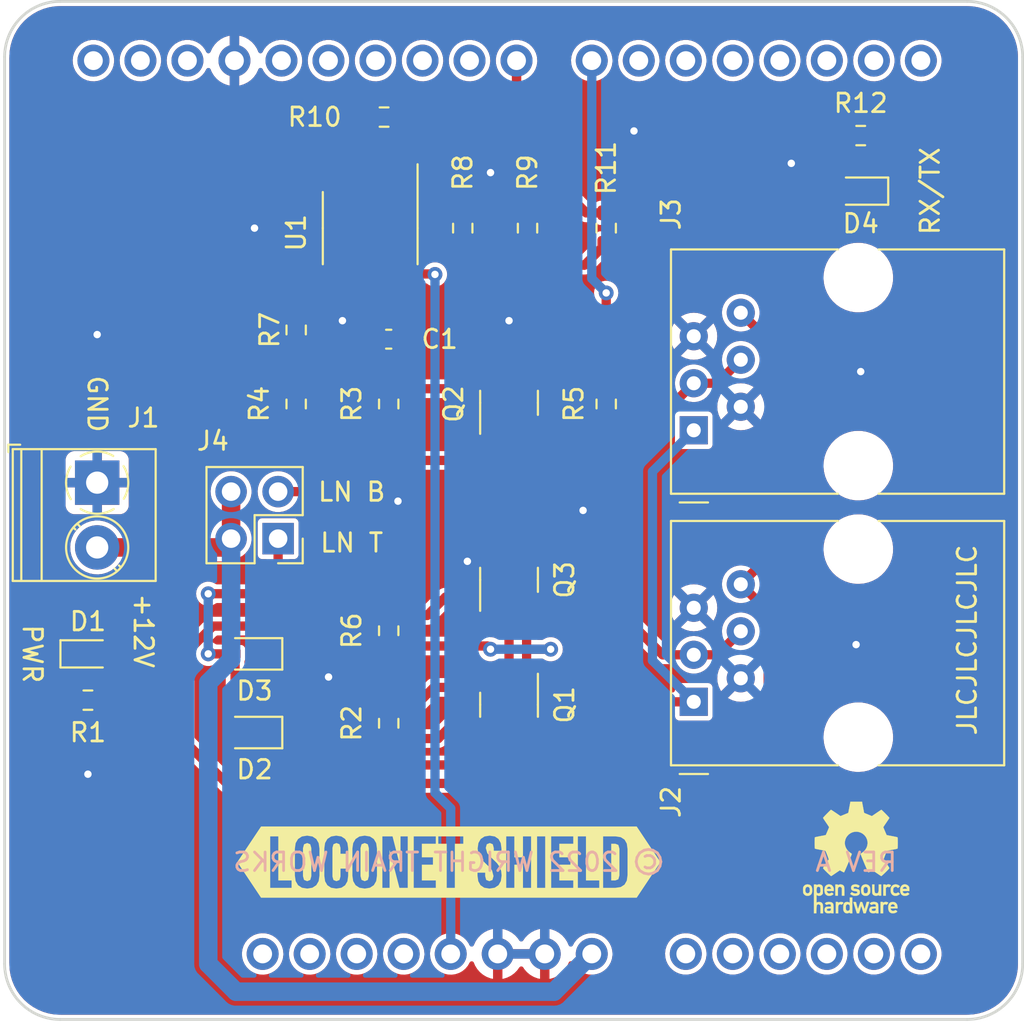
<source format=kicad_pcb>
(kicad_pcb (version 20211014) (generator pcbnew)
  (title_block (title "LocoNet Interface") (date "2022-02-14") (rev "A") (company "Wright Train Works"))
  (layers (0 "F.Cu" signal) (31 "B.Cu" signal) (34 "B.Paste" user) (35 "F.Paste" user) (36 "B.SilkS" user "B.Silkscreen") (37 "F.SilkS" user "F.Silkscreen") (38 "B.Mask" user) (39 "F.Mask" user) (44 "Edge.Cuts" user))
  (net 0 "")
  (net 1 "Net-(D1-Pad1)")
  (net 2 "Net-(D1-Pad2)")
  (net 3 "Net-(D2-Pad1)")
  (net 4 "Net-(D2-Pad2)")
  (net 5 "Net-(D4-Pad1)")
  (net 6 "5V")
  (net 7 "GND")
  (net 8 "12V")
  (net 9 "Net-(J2-Pad3)")
  (net 10 "Net-(J4-Pad3)")
  (net 11 "Net-(Q1-Pad1)")
  (net 12 "Net-(Q1-Pad3)")
  (net 13 "Net-(Q2-Pad2)")
  (net 14 "Net-(Q2-Pad3)")
  (net 15 "Net-(R10-Pad2)")
  (net 16 "Net-(R8-Pad1)")
  (net 30 "TX")
  (net 31 "RX")
  (footprint "Diode_SMD:D_SOD-323" (layer "F.Cu") (at 124.56 110.3 180)
    (fp_text reference "D3" (at 0 -2) (layer "F.SilkS"))
    (fp_text value "1N5819WS" hide)
    (pad "1" smd rect (at -1.05 0 180) (size 0.6 0.45) (layers "F.Cu" "F.Paste" "F.Mask") (net 2 "Net-(D1-Pad2)"))
    (pad "2" smd rect (at 1.05 0 180) (size 0.6 0.45) (layers "F.Cu" "F.Paste" "F.Mask") (net 4 "Net-(D2-Pad2)"))
  )
  (footprint "Resistor_SMD:R_0603_1608Metric" (layer "F.Cu") (at 126.81 96.8 -90)
    (fp_text reference "R4" (at 0 2 90) (layer "F.SilkS"))
    (fp_text value "47K" hide)
    (pad "1" smd roundrect (at -0.825 0 270) (size 0.8 0.95) (layers "F.Cu" "F.Paste" "F.Mask") (net 15 "Net-(R10-Pad2)"))
    (pad "2" smd roundrect (at 0.825 0 270) (size 0.8 0.95) (layers "F.Cu" "F.Paste" "F.Mask") (net 9 "Net-(J2-Pad3)"))
  )
  (footprint "Resistor_SMD:R_0603_1608Metric" (layer "F.Cu") (at 143.56 87.3 -90)
    (fp_text reference "R11" (at -3.25 0 90) (layer "F.SilkS"))
    (fp_text value "1K" hide)
    (pad "1" smd roundrect (at -0.825 0 270) (size 0.8 0.95) (layers "F.Cu" "F.Paste" "F.Mask") (net 31 "RX"))
    (pad "2" smd roundrect (at 0.825 0 270) (size 0.8 0.95) (layers "F.Cu" "F.Paste" "F.Mask") (net 6 "5V"))
  )
  (footprint "Connector_RJ:RJ12_Amphenol_54601" (layer "F.Cu") (at 148.29 112.89 90)
    (fp_text reference "J2" (at -5.41 -1.23 90) (layer "F.SilkS"))
    (fp_text value "RJ12" hide)
    (pad "" np_thru_hole circle (at -1.91 8.89 90) (size 3.25 3.25) (drill 3.25) (layers *.Cu *.Mask))
    (pad "" np_thru_hole circle (at 8.25 8.89 90) (size 3.25 3.25) (drill 3.25) (layers *.Cu *.Mask))
    (pad "1" thru_hole rect (at 0 0 90) (size 1.52 1.52) (drill 0.76) (layers *.Cu *.Mask) (net 3 "Net-(D2-Pad1)"))
    (pad "2" thru_hole circle (at 1.27 2.54 90) (size 1.52 1.52) (drill 0.76) (layers *.Cu *.Mask) (net 7 "GND"))
    (pad "3" thru_hole circle (at 2.54 0 90) (size 1.52 1.52) (drill 0.76) (layers *.Cu *.Mask) (net 9 "Net-(J2-Pad3)"))
    (pad "4" thru_hole circle (at 3.81 2.54 90) (size 1.52 1.52) (drill 0.76) (layers *.Cu *.Mask) (net 9 "Net-(J2-Pad3)"))
    (pad "5" thru_hole circle (at 5.08 0 90) (size 1.52 1.52) (drill 0.76) (layers *.Cu *.Mask) (net 7 "GND"))
    (pad "6" thru_hole circle (at 6.35 2.54 90) (size 1.52 1.52) (drill 0.76) (layers *.Cu *.Mask) (net 2 "Net-(D1-Pad2)"))
  )
  (footprint "Resistor_SMD:R_0603_1608Metric" (layer "F.Cu") (at 131.81 114.05 90)
    (fp_text reference "R2" (at 0 -2 90) (layer "F.SilkS"))
    (fp_text value "47" hide)
    (pad "1" smd roundrect (at -0.825 0 90) (size 0.8 0.95) (layers "F.Cu" "F.Paste" "F.Mask") (net 12 "Net-(Q1-Pad3)"))
    (pad "2" smd roundrect (at 0.825 0 90) (size 0.8 0.95) (layers "F.Cu" "F.Paste" "F.Mask") (net 9 "Net-(J2-Pad3)"))
  )
  (footprint "Resistor_SMD:R_0603_1608Metric" (layer "F.Cu") (at 135.81 87.3 -90)
    (fp_text reference "R8" (at -3 0 90) (layer "F.SilkS"))
    (fp_text value "27K" hide)
    (pad "1" smd roundrect (at -0.825 0 270) (size 0.8 0.95) (layers "F.Cu" "F.Paste" "F.Mask") (net 16 "Net-(R8-Pad1)"))
    (pad "2" smd roundrect (at 0.825 0 270) (size 0.8 0.95) (layers "F.Cu" "F.Paste" "F.Mask") (net 6 "5V"))
  )
  (footprint "Resistor_SMD:R_0603_1608Metric" (layer "F.Cu") (at 131.81 109.05 90)
    (fp_text reference "R6" (at 0 -2 90) (layer "F.SilkS"))
    (fp_text value "1K" hide)
    (pad "1" smd roundrect (at -0.825 0 90) (size 0.8 0.95) (layers "F.Cu" "F.Paste" "F.Mask") (net 11 "Net-(Q1-Pad1)"))
    (pad "2" smd roundrect (at 0.825 0 90) (size 0.8 0.95) (layers "F.Cu" "F.Paste" "F.Mask") (net 10 "Net-(J4-Pad3)"))
  )
  (footprint "Resistor_SMD:R_0603_1608Metric" (layer "F.Cu") (at 126.81 92.8 90)
    (fp_text reference "R7" (at 0 -1.43 90) (layer "F.SilkS"))
    (fp_text value "150K" hide)
    (pad "1" smd roundrect (at -0.825 0 90) (size 0.8 0.95) (layers "F.Cu" "F.Paste" "F.Mask") (net 7 "GND"))
    (pad "2" smd roundrect (at 0.825 0 90) (size 0.8 0.95) (layers "F.Cu" "F.Paste" "F.Mask") (net 15 "Net-(R10-Pad2)"))
  )
  (footprint "LED_SMD:LED_0603_1608Metric" (layer "F.Cu") (at 157.31 85.3 180)
    (fp_text reference "D4" (at 0 -1.75) (layer "F.SilkS"))
    (fp_text value "RX/TX" hide)
    (pad "1" smd roundrect (at -0.7875 0 180) (size 0.875 0.95) (layers "F.Cu" "F.Paste" "F.Mask") (net 5 "Net-(D4-Pad1)"))
    (pad "2" smd roundrect (at 0.7875 0 180) (size 0.875 0.95) (layers "F.Cu" "F.Paste" "F.Mask") (net 6 "5V"))
  )
  (footprint "Resistor_SMD:R_0603_1608Metric" (layer "F.Cu") (at 131.81 96.8 90)
    (fp_text reference "R3" (at 0 -2 90) (layer "F.SilkS"))
    (fp_text value "47" hide)
    (pad "1" smd roundrect (at -0.825 0 90) (size 0.8 0.95) (layers "F.Cu" "F.Paste" "F.Mask") (net 7 "GND"))
    (pad "2" smd roundrect (at 0.825 0 90) (size 0.8 0.95) (layers "F.Cu" "F.Paste" "F.Mask") (net 14 "Net-(Q2-Pad3)"))
  )
  (footprint "Resistor_SMD:R_0603_1608Metric" (layer "F.Cu") (at 131.56 81.3 180)
    (fp_text reference "R10" (at 3.75 0) (layer "F.SilkS"))
    (fp_text value "240K" hide)
    (pad "1" smd roundrect (at -0.825 0 180) (size 0.8 0.95) (layers "F.Cu" "F.Paste" "F.Mask") (net 31 "RX"))
    (pad "2" smd roundrect (at 0.825 0 180) (size 0.8 0.95) (layers "F.Cu" "F.Paste" "F.Mask") (net 15 "Net-(R10-Pad2)"))
  )
  (footprint "Package_TO_SOT_SMD:SOT-23" (layer "F.Cu") (at 138.31 96.7375 90)
    (fp_text reference "Q2" (at -0.0625 -3 90) (layer "F.SilkS"))
    (fp_text value "MMBT2222A 1P" hide)
    (pad "1" smd roundrect (at -0.9375 -0.95 90) (size 1.475 0.6) (layers "F.Cu" "F.Paste" "F.Mask") (net 9 "Net-(J2-Pad3)"))
    (pad "2" smd roundrect (at -0.9375 0.95 90) (size 1.475 0.6) (layers "F.Cu" "F.Paste" "F.Mask") (net 13 "Net-(Q2-Pad2)"))
    (pad "3" smd roundrect (at 0.9375 0 90) (size 1.475 0.6) (layers "F.Cu" "F.Paste" "F.Mask") (net 14 "Net-(Q2-Pad3)"))
  )
  (footprint "LED_SMD:LED_0603_1608Metric" (layer "F.Cu") (at 115.56 110.3)
    (fp_text reference "D1" (at 0 -1.75) (layer "F.SilkS"))
    (fp_text value "PWR" hide)
    (pad "1" smd roundrect (at -0.7875 0) (size 0.875 0.95) (layers "F.Cu" "F.Paste" "F.Mask") (net 1 "Net-(D1-Pad1)"))
    (pad "2" smd roundrect (at 0.7875 0) (size 0.875 0.95) (layers "F.Cu" "F.Paste" "F.Mask") (net 2 "Net-(D1-Pad2)"))
  )
  (footprint "kibuzzard-620C7EA5" (layer "F.Cu") (at 135.06 121.55)
    (fp_text reference "kibuzzard-620C7EA5" hide)
    (fp_text value "G***" hide)
  )
  (footprint "Package_TO_SOT_SMD:SOT-23" (layer "F.Cu") (at 138.31 113.05 -90)
    (fp_text reference "Q1" (at 0 -3 90) (layer "F.SilkS"))
    (fp_text value "MMBT2222A 1P" hide)
    (pad "1" smd roundrect (at -0.9375 -0.95 270) (size 1.475 0.6) (layers "F.Cu" "F.Paste" "F.Mask") (net 11 "Net-(Q1-Pad1)"))
    (pad "2" smd roundrect (at -0.9375 0.95 270) (size 1.475 0.6) (layers "F.Cu" "F.Paste" "F.Mask") (net 9 "Net-(J2-Pad3)"))
    (pad "3" smd roundrect (at 0.9375 0 270) (size 1.475 0.6) (layers "F.Cu" "F.Paste" "F.Mask") (net 12 "Net-(Q1-Pad3)"))
  )
  (footprint "Diode_SMD:D_SOD-323" (layer "F.Cu") (at 124.56 114.55 180)
    (fp_text reference "D2" (at 0 -2) (layer "F.SilkS"))
    (fp_text value "1N5819WS" hide)
    (pad "1" smd rect (at -1.05 0 180) (size 0.6 0.45) (layers "F.Cu" "F.Paste" "F.Mask") (net 3 "Net-(D2-Pad1)"))
    (pad "2" smd rect (at 1.05 0 180) (size 0.6 0.45) (layers "F.Cu" "F.Paste" "F.Mask") (net 4 "Net-(D2-Pad2)"))
  )
  (footprint "Resistor_SMD:R_0603_1608Metric" (layer "F.Cu") (at 143.56 96.8 90)
    (fp_text reference "R5" (at 0 -1.75 90) (layer "F.SilkS"))
    (fp_text value "4.7K" hide)
    (pad "1" smd roundrect (at -0.825 0 90) (size 0.8 0.95) (layers "F.Cu" "F.Paste" "F.Mask") (net 13 "Net-(Q2-Pad2)"))
    (pad "2" smd roundrect (at 0.825 0 90) (size 0.8 0.95) (layers "F.Cu" "F.Paste" "F.Mask") (net 30 "TX"))
  )
  (footprint "Resistor_SMD:R_0603_1608Metric" (layer "F.Cu") (at 115.56 112.8 180)
    (fp_text reference "R1" (at 0 -1.75) (layer "F.SilkS"))
    (fp_text value "4.7K" hide)
    (pad "1" smd roundrect (at -0.825 0 180) (size 0.8 0.95) (layers "F.Cu" "F.Paste" "F.Mask") (net 7 "GND"))
    (pad "2" smd roundrect (at 0.825 0 180) (size 0.8 0.95) (layers "F.Cu" "F.Paste" "F.Mask") (net 1 "Net-(D1-Pad1)"))
  )
  (footprint "Connector_PinHeader_2.54mm:PinHeader_2x02_P2.54mm_Vertical" (layer "F.Cu") (at 125.835 104.075 180)
    (fp_text reference "J4" (at 3.525 5.275) (layer "F.SilkS"))
    (fp_text value "LocoNet Termination" hide)
    (pad "1" thru_hole rect (at 0 0 180) (size 1.7 1.7) (drill 1) (layers *.Cu *.Mask) (net 4 "Net-(D2-Pad2)"))
    (pad "2" thru_hole oval (at 2.54 0 180) (size 1.7 1.7) (drill 1) (layers *.Cu *.Mask) (net 8 "12V"))
    (pad "3" thru_hole oval (at 0 2.54 180) (size 1.7 1.7) (drill 1) (layers *.Cu *.Mask) (net 10 "Net-(J4-Pad3)"))
    (pad "4" thru_hole oval (at 2.54 2.54 180) (size 1.7 1.7) (drill 1) (layers *.Cu *.Mask) (net 8 "12V"))
  )
  (footprint "TerminalBlock_Phoenix:TerminalBlock_Phoenix_PT-1,5-2-3.5-H_1x02_P3.50mm_Horizontal" (layer "F.Cu") (at 116.06 101.05 -90)
    (fp_text reference "J1" (at -3.5 -2.5 180) (layer "F.SilkS"))
    (fp_text value "12V" hide)
    (pad "1" thru_hole rect (at 0 0 270) (size 2.4 2.4) (drill 1.2) (layers *.Cu *.Mask) (net 7 "GND"))
    (pad "2" thru_hole circle (at 3.5 0 270) (size 2.4 2.4) (drill 1.2) (layers *.Cu *.Mask) (net 8 "12V"))
  )
  (footprint "Resistor_SMD:R_0603_1608Metric" (layer "F.Cu") (at 139.31 87.3 90)
    (fp_text reference "R9" (at 3 0 90) (layer "F.SilkS"))
    (fp_text value "39K" hide)
    (pad "1" smd roundrect (at -0.825 0 90) (size 0.8 0.95) (layers "F.Cu" "F.Paste" "F.Mask") (net 7 "GND"))
    (pad "2" smd roundrect (at 0.825 0 90) (size 0.8 0.95) (layers "F.Cu" "F.Paste" "F.Mask") (net 16 "Net-(R8-Pad1)"))
  )
  (footprint "Symbol:OSHW-Logo_5.7x6mm_SilkScreen" (layer "F.Cu") (at 157.06 121.3)
    (fp_text reference "REF**" hide)
    (fp_text value "OSHW-Logo_5.7x6mm_SilkScreen" hide)
  )
  (footprint "Package_SO:SOIC-8_3.9x4.9mm_P1.27mm" (layer "F.Cu") (at 130.81 87.3 -90)
    (fp_text reference "U1" (at 0.25 4 90) (layer "F.SilkS"))
    (fp_text value "LM393" hide)
    (pad "1" smd roundrect (at -2.475 -1.905 270) (size 1.95 0.6) (layers "F.Cu" "F.Paste" "F.Mask") (net 31 "RX"))
    (pad "2" smd roundrect (at -2.475 -0.635 270) (size 1.95 0.6) (layers "F.Cu" "F.Paste" "F.Mask") (net 16 "Net-(R8-Pad1)"))
    (pad "3" smd roundrect (at -2.475 0.635 270) (size 1.95 0.6) (layers "F.Cu" "F.Paste" "F.Mask") (net 15 "Net-(R10-Pad2)"))
    (pad "4" smd roundrect (at -2.475 1.905 270) (size 1.95 0.6) (layers "F.Cu" "F.Paste" "F.Mask") (net 7 "GND"))
    (pad "5" smd roundrect (at 2.475 1.905 270) (size 1.95 0.6) (layers "F.Cu" "F.Paste" "F.Mask") (net 7 "GND"))
    (pad "6" smd roundrect (at 2.475 0.635 270) (size 1.95 0.6) (layers "F.Cu" "F.Paste" "F.Mask") (net 7 "GND"))
    (pad "7" smd roundrect (at 2.475 -0.635 270) (size 1.95 0.6) (layers "F.Cu" "F.Paste" "F.Mask"))
    (pad "8" smd roundrect (at 2.475 -1.905 270) (size 1.95 0.6) (layers "F.Cu" "F.Paste" "F.Mask") (net 6 "5V"))
  )
  (footprint "Package_TO_SOT_SMD:SOT-23" (layer "F.Cu") (at 138.31 106.3 90)
    (fp_text reference "Q3" (at 0 3 90) (layer "F.SilkS"))
    (fp_text value "MMBT2222A 1P" hide)
    (pad "1" smd roundrect (at -0.9375 -0.95 90) (size 1.475 0.6) (layers "F.Cu" "F.Paste" "F.Mask") (net 10 "Net-(J4-Pad3)"))
    (pad "2" smd roundrect (at -0.9375 0.95 90) (size 1.475 0.6) (layers "F.Cu" "F.Paste" "F.Mask") (net 11 "Net-(Q1-Pad1)"))
    (pad "3" smd roundrect (at 0.9375 0 90) (size 1.475 0.6) (layers "F.Cu" "F.Paste" "F.Mask") (net 9 "Net-(J2-Pad3)"))
  )
  (footprint "Arduino:Arduino_Uno_Shield_WTW" (layer "F.Cu") (at 111.06 130.05)
    (fp_text reference "A1" hide)
    (fp_text value "Arduino_UNO_R3" hide)
    (fp_line (start 3 0) (end 52 0) (layer "Edge.Cuts") (width 0.15))
    (fp_line (start 55 -3) (end 55 -52) (layer "Edge.Cuts") (width 0.15))
    (fp_line (start 0 -52) (end 0 -3) (layer "Edge.Cuts") (width 0.15))
    (fp_line (start 3 -55) (end 52 -55) (layer "Edge.Cuts") (width 0.15))
    (fp_arc (start 55 -3) (mid 54.12132 -0.87868) (end 52 0) (layer "Edge.Cuts") (width 0.15))
    (fp_arc (start 52 -55) (mid 54.12132 -54.12132) (end 55 -52) (layer "Edge.Cuts") (width 0.15))
    (fp_arc (start 0 -52) (mid 0.87868 -54.12132) (end 3 -55) (layer "Edge.Cuts") (width 0.15))
    (fp_arc (start 3 0) (mid 0.87868 -0.87868) (end 0 -3) (layer "Edge.Cuts") (width 0.15))
    (pad "" thru_hole oval locked (at 13.94 -3.54) (size 1.7272 1.7272) (drill 1.016) (layers *.Cu *.Mask))
    (pad "3V3" thru_hole oval locked (at 21.56 -3.54) (size 1.7272 1.7272) (drill 1.016) (layers *.Cu *.Mask))
    (pad "5V1" thru_hole oval locked (at 24.1 -3.54) (size 1.7272 1.7272) (drill 1.016) (layers *.Cu *.Mask) (net 6 "5V"))
    (pad "A0" thru_hole oval locked (at 36.8 -3.54) (size 1.7272 1.7272) (drill 1.016) (layers *.Cu *.Mask))
    (pad "A1" thru_hole oval locked (at 39.34 -3.54) (size 1.7272 1.7272) (drill 1.016) (layers *.Cu *.Mask))
    (pad "A2" thru_hole oval locked (at 41.88 -3.54) (size 1.7272 1.7272) (drill 1.016) (layers *.Cu *.Mask))
    (pad "A3" thru_hole oval locked (at 44.42 -3.54) (size 1.7272 1.7272) (drill 1.016) (layers *.Cu *.Mask))
    (pad "A4" thru_hole oval locked (at 46.96 -3.54) (size 1.7272 1.7272) (drill 1.016) (layers *.Cu *.Mask))
    (pad "A5" thru_hole oval locked (at 49.5 -3.54) (size 1.7272 1.7272) (drill 1.016) (layers *.Cu *.Mask))
    (pad "AREF" thru_hole oval locked (at 9.876 -51.8) (size 1.7272 1.7272) (drill 1.016) (layers *.Cu *.Mask))
    (pad "D0" thru_hole oval locked (at 49.5 -51.8) (size 1.7272 1.7272) (drill 1.016) (layers *.Cu *.Mask))
    (pad "D1" thru_hole oval locked (at 46.96 -51.8) (size 1.7272 1.7272) (drill 1.016) (layers *.Cu *.Mask))
    (pad "D2" thru_hole oval locked (at 44.42 -51.8) (size 1.7272 1.7272) (drill 1.016) (layers *.Cu *.Mask))
    (pad "D3" thru_hole oval locked (at 41.88 -51.8) (size 1.7272 1.7272) (drill 1.016) (layers *.Cu *.Mask))
    (pad "D4" thru_hole oval locked (at 39.34 -51.8) (size 1.7272 1.7272) (drill 1.016) (layers *.Cu *.Mask))
    (pad "D5" thru_hole oval locked (at 36.8 -51.8) (size 1.7272 1.7272) (drill 1.016) (layers *.Cu *.Mask))
    (pad "D6" thru_hole oval locked (at 34.26 -51.8) (size 1.7272 1.7272) (drill 1.016) (layers *.Cu *.Mask))
    (pad "D7" thru_hole oval locked (at 31.72 -51.8) (size 1.7272 1.7272) (drill 1.016) (layers *.Cu *.Mask) (net 30 "TX"))
    (pad "D8" thru_hole oval locked (at 27.656 -51.8) (size 1.7272 1.7272) (drill 1.016) (layers *.Cu *.Mask) (net 31 "RX"))
    (pad "D9" thru_hole oval locked (at 25.116 -51.8) (size 1.7272 1.7272) (drill 1.016) (layers *.Cu *.Mask))
    (pad "D10" thru_hole oval locked (at 22.576 -51.8) (size 1.7272 1.7272) (drill 1.016) (layers *.Cu *.Mask))
    (pad "D11" thru_hole oval locked (at 20.036 -51.8) (size 1.7272 1.7272) (drill 1.016) (layers *.Cu *.Mask))
    (pad "D12" thru_hole oval locked (at 17.496 -51.8) (size 1.7272 1.7272) (drill 1.016) (layers *.Cu *.Mask))
    (pad "D13" thru_hole oval locked (at 14.956 -51.8) (size 1.7272 1.7272) (drill 1.016) (layers *.Cu *.Mask))
    (pad "GND1" thru_hole oval locked (at 12.416 -51.8) (size 1.7272 1.7272) (drill 1.016) (layers *.Cu *.Mask) (net 7 "GND"))
    (pad "GND2" thru_hole oval locked (at 26.64 -3.54) (size 1.7272 1.7272) (drill 1.016) (layers *.Cu *.Mask) (net 7 "GND"))
    (pad "GND3" thru_hole oval locked (at 29.18 -3.54) (size 1.7272 1.7272) (drill 1.016) (layers *.Cu *.Mask) (net 7 "GND"))
    (pad "IORF" thru_hole oval locked (at 16.48 -3.54) (size 1.7272 1.7272) (drill 1.016) (layers *.Cu *.Mask))
    (pad "RST1" thru_hole oval locked (at 19.02 -3.54) (size 1.7272 1.7272) (drill 1.016) (layers *.Cu *.Mask))
    (pad "SCL" thru_hole oval locked (at 4.796 -51.8) (size 1.7272 1.7272) (drill 1.016) (layers *.Cu *.Mask))
    (pad "SDA" thru_hole oval locked (at 7.336 -51.8) (size 1.7272 1.7272) (drill 1.016) (layers *.Cu *.Mask))
    (pad "VIN" thru_hole oval locked (at 31.72 -3.54) (size 1.7272 1.7272) (drill 1.016) (layers *.Cu *.Mask) (net 8 "12V"))
  )
  (footprint "Resistor_SMD:R_0603_1608Metric" (layer "F.Cu") (at 157.31 82.3)
    (fp_text reference "R12" (at 0 -1.75) (layer "F.SilkS"))
    (fp_text value "470" hide)
    (pad "1" smd roundrect (at -0.825 0) (size 0.8 0.95) (layers "F.Cu" "F.Paste" "F.Mask") (net 31 "RX"))
    (pad "2" smd roundrect (at 0.825 0) (size 0.8 0.95) (layers "F.Cu" "F.Paste" "F.Mask") (net 5 "Net-(D4-Pad1)"))
  )
  (footprint "Connector_RJ:RJ12_Amphenol_54601" (layer "F.Cu") (at 148.29 98.22 90)
    (fp_text reference "J3" (at 11.67 -1.23 90) (layer "F.SilkS"))
    (fp_text value "RJ12" hide)
    (pad "" np_thru_hole circle (at -1.91 8.89 90) (size 3.25 3.25) (drill 3.25) (layers *.Cu *.Mask))
    (pad "" np_thru_hole circle (at 8.25 8.89 90) (size 3.25 3.25) (drill 3.25) (layers *.Cu *.Mask))
    (pad "1" thru_hole rect (at 0 0 90) (size 1.52 1.52) (drill 0.76) (layers *.Cu *.Mask) (net 3 "Net-(D2-Pad1)"))
    (pad "2" thru_hole circle (at 1.27 2.54 90) (size 1.52 1.52) (drill 0.76) (layers *.Cu *.Mask) (net 7 "GND"))
    (pad "3" thru_hole circle (at 2.54 0 90) (size 1.52 1.52) (drill 0.76) (layers *.Cu *.Mask) (net 9 "Net-(J2-Pad3)"))
    (pad "4" thru_hole circle (at 3.81 2.54 90) (size 1.52 1.52) (drill 0.76) (layers *.Cu *.Mask) (net 9 "Net-(J2-Pad3)"))
    (pad "5" thru_hole circle (at 5.08 0 90) (size 1.52 1.52) (drill 0.76) (layers *.Cu *.Mask) (net 7 "GND"))
    (pad "6" thru_hole circle (at 6.35 2.54 90) (size 1.52 1.52) (drill 0.76) (layers *.Cu *.Mask) (net 2 "Net-(D1-Pad2)"))
  )
  (footprint "Capacitor_SMD:C_0603_1608Metric" (layer "F.Cu") (at 131.81 93.3 180)
    (fp_text reference "C1" (at -2.75 0) (layer "F.SilkS"))
    (fp_text value "100nF" hide)
    (pad "1" smd roundrect (at -0.775 0 180) (size 0.9 0.95) (layers "F.Cu" "F.Paste" "F.Mask") (net 6 "5V"))
    (pad "2" smd roundrect (at 0.775 0 180) (size 0.9 0.95) (layers "F.Cu" "F.Paste" "F.Mask") (net 7 "GND"))
  )
  (gr_text "© 2022 WRIGHT TRAIN WORKS" (at 135.06 121.55) (layer "B.SilkS") (effects (font (size 1 1)) (justify mirror)))
  (gr_text "REV A" (at 157.06 121.55) (layer "B.SilkS") (effects (font (size 1 1)) (justify mirror)))
  (gr_text "+12V" (at 118.56 109.05 270) (layer "F.SilkS") (effects (font (size 1 1))))
  (gr_text "LN B" (at 129.81 101.55) (layer "F.SilkS") (effects (font (size 1 1))))
  (gr_text "RX/TX" (at 161.06 85.3 90) (layer "F.SilkS") (effects (font (size 1 1))))
  (gr_text "LN T" (at 129.81 104.3) (layer "F.SilkS") (effects (font (size 1 1))))
  (gr_text "GND" (at 116.06 96.8 270) (layer "F.SilkS") (effects (font (size 1 1))))
  (gr_text "JLCJLCJLCJLC" (at 163.06 109.55 90) (layer "F.SilkS") (effects (font (size 1 1))))
  (gr_text "PWR" (at 112.56 110.3 270) (layer "F.SilkS") (effects (font (size 1 1))))
  (segment (start 114.7725 110.3) (end 114.7725 112.7625) (width 0.5) (layer "F.Cu") (net 1))
  (segment (start 114.7725 112.7625) (end 114.735 112.8) (width 0.5) (layer "F.Cu") (net 1))
  (segment (start 152.81 104.56) (end 152.81 93.85) (width 0.5) (layer "F.Cu") (net 2))
  (segment (start 152.31 112.8) (end 147.81 117.3) (width 0.5) (layer "F.Cu") (net 2))
  (segment (start 147.81 117.3) (end 123.06 117.3) (width 0.5) (layer "F.Cu") (net 2))
  (segment (start 120.81 115.05) (end 120.81 110.3) (width 0.5) (layer "F.Cu") (net 2))
  (segment (start 122.31 108.8) (end 125.31 108.8) (width 0.5) (layer "F.Cu") (net 2))
  (segment (start 125.61 109.1) (end 125.61 110.3) (width 0.5) (layer "F.Cu") (net 2))
  (segment (start 125.31 108.8) (end 125.61 109.1) (width 0.5) (layer "F.Cu") (net 2))
  (segment (start 116.3475 110.3) (end 120.81 110.3) (width 0.5) (layer "F.Cu") (net 2))
  (segment (start 150.83 106.54) (end 152.81 104.56) (width 0.5) (layer "F.Cu") (net 2))
  (segment (start 150.83 106.54) (end 152.31 108.02) (width 0.5) (layer "F.Cu") (net 2))
  (segment (start 152.81 93.85) (end 150.83 91.87) (width 0.5) (layer "F.Cu") (net 2))
  (segment (start 123.06 117.3) (end 120.81 115.05) (width 0.5) (layer "F.Cu") (net 2))
  (segment (start 120.81 110.3) (end 122.31 108.8) (width 0.5) (layer "F.Cu") (net 2))
  (segment (start 152.31 108.02) (end 152.31 112.8) (width 0.5) (layer "F.Cu") (net 2))
  (segment (start 143.31 116.3) (end 146.72 112.89) (width 0.5) (layer "F.Cu") (net 3))
  (segment (start 129.06 116.3) (end 143.31 116.3) (width 0.5) (layer "F.Cu") (net 3))
  (segment (start 127.31 114.55) (end 129.06 116.3) (width 0.5) (layer "F.Cu") (net 3))
  (segment (start 146.72 112.89) (end 148.29 112.89) (width 0.5) (layer "F.Cu") (net 3))
  (segment (start 125.61 114.55) (end 127.31 114.55) (width 0.5) (layer "F.Cu") (net 3))
  (segment (start 148.29 98.22) (end 146.06 100.45) (width 0.5) (layer "B.Cu") (net 3))
  (segment (start 146.06 100.45) (end 146.06 110.66) (width 0.5) (layer "B.Cu") (net 3))
  (segment (start 146.06 110.66) (end 148.29 112.89) (width 0.5) (layer "B.Cu") (net 3))
  (segment (start 122.062897 107.05) (end 124.31 107.05) (width 0.5) (layer "F.Cu") (net 4))
  (segment (start 125.835 105.525) (end 125.835 104.075) (width 0.5) (layer "F.Cu") (net 4))
  (segment (start 122.06 107.052897) (end 122.062897 107.05) (width 0.5) (layer "F.Cu") (net 4))
  (segment (start 123.51 110.3) (end 122.06 110.3) (width 0.5) (layer "F.Cu") (net 4))
  (segment (start 124.31 107.05) (end 125.835 105.525) (width 0.5) (layer "F.Cu") (net 4))
  (segment (start 123.51 110.3) (end 123.51 114.55) (width 0.5) (layer "F.Cu") (net 4))
  (via (at 122.06 110.3) (size 0.8) (drill 0.4) (layers "F.Cu" "B.Cu") (net 4))
  (via (at 122.06 107.052897) (size 0.8) (drill 0.4) (layers "F.Cu" "B.Cu") (net 4))
  (segment (start 122.06 107.052897) (end 122.06 110.3) (width 0.5) (layer "B.Cu") (net 4))
  (segment (start 158.135 82.3) (end 158.135 85.2625) (width 0.5) (layer "F.Cu") (net 5))
  (segment (start 158.135 85.2625) (end 158.0975 85.3) (width 0.5) (layer "F.Cu") (net 5))
  (segment (start 132.715 89.775) (end 134.285 89.775) (width 0.5) (layer "F.Cu") (net 6))
  (segment (start 136.635 88.125) (end 137.81 89.3) (width 0.5) (layer "F.Cu") (net 6))
  (segment (start 143.56 88.125) (end 146.735 88.125) (width 0.5) (layer "F.Cu") (net 6))
  (segment (start 132.715 89.775) (end 132.715 88.395) (width 0.5) (layer "F.Cu") (net 6))
  (segment (start 132.715 88.395) (end 132.985 88.125) (width 0.5) (layer "F.Cu") (net 6))
  (segment (start 134.285 89.775) (end 134.31 89.8) (width 0.5) (layer "F.Cu") (net 6))
  (segment (start 132.985 88.125) (end 135.81 88.125) (width 0.5) (layer "F.Cu") (net 6))
  (segment (start 137.81 89.3) (end 142.385 89.3) (width 0.5) (layer "F.Cu") (net 6))
  (segment (start 142.385 89.3) (end 143.56 88.125) (width 0.5) (layer "F.Cu") (net 6))
  (segment (start 135.81 88.125) (end 136.635 88.125) (width 0.5) (layer "F.Cu") (net 6))
  (segment (start 149.56 85.3) (end 156.5225 85.3) (width 0.5) (layer "F.Cu") (net 6))
  (segment (start 132.715 89.775) (end 132.715 93.17) (width 0.5) (layer "F.Cu") (net 6))
  (segment (start 132.715 93.17) (end 132.585 93.3) (width 0.5) (layer "F.Cu") (net 6))
  (segment (start 146.735 88.125) (end 149.56 85.3) (width 0.5) (layer "F.Cu") (net 6))
  (via (at 134.31 89.8) (size 0.8) (drill 0.4) (layers "F.Cu" "B.Cu") (net 6))
  (segment (start 134.31 89.8) (end 134.31 117.8) (width 0.5) (layer "B.Cu") (net 6))
  (segment (start 134.31 117.8) (end 135.16 118.65) (width 0.5) (layer "B.Cu") (net 6))
  (segment (start 135.16 118.65) (end 135.16 126.51) (width 0.5) (layer "B.Cu") (net 6))
  (via (at 115.56 116.8) (size 0.8) (drill 0.4) (layers "F.Cu" "B.Cu") (net 7))
  (via (at 157.06 109.8) (size 0.8) (drill 0.4) (layers "F.Cu" "B.Cu") (net 7))
  (via (at 132.31 102.05) (size 0.8) (drill 0.4) (layers "F.Cu" "B.Cu") (net 7))
  (via (at 142.31 102.55) (size 0.8) (drill 0.4) (layers "F.Cu" "B.Cu") (net 7))
  (via (at 129.31 92.3) (size 0.8) (drill 0.4) (layers "F.Cu" "B.Cu") (net 7))
  (via (at 138.31 92.3) (size 0.8) (drill 0.4) (layers "F.Cu" "B.Cu") (net 7))
  (via (at 145.06 82.05) (size 0.8) (drill 0.4) (layers "F.Cu" "B.Cu") (net 7))
  (via (at 137.31 84.3) (size 0.8) (drill 0.4) (layers "F.Cu" "B.Cu") (net 7))
  (via (at 136.06 105.3) (size 0.8) (drill 0.4) (layers "F.Cu" "B.Cu") (net 7))
  (via (at 157.31 95.05) (size 0.8) (drill 0.4) (layers "F.Cu" "B.Cu") (net 7))
  (via (at 153.56 83.8) (size 0.8) (drill 0.4) (layers "F.Cu" "B.Cu") (net 7))
  (via (at 124.56 87.3) (size 0.8) (drill 0.4) (layers "F.Cu" "B.Cu") (net 7))
  (via (at 116.06 93.05) (size 0.8) (drill 0.4) (layers "F.Cu" "B.Cu") (net 7))
  (via (at 128.56 111.55) (size 0.8) (drill 0.4) (layers "F.Cu" "B.Cu") (net 7))
  (segment (start 122.82 104.55) (end 123.295 104.075) (width 1) (layer "F.Cu") (net 8))
  (segment (start 123.295 104.075) (end 123.295 101.535) (width 1) (layer "F.Cu") (net 8))
  (segment (start 116.06 104.55) (end 122.82 104.55) (width 1) (layer "F.Cu") (net 8))
  (segment (start 122.06 127.05) (end 123.56 128.55) (width 1) (layer "B.Cu") (net 8))
  (segment (start 122.06 111.854944) (end 122.06 127.05) (width 1) (layer "B.Cu") (net 8))
  (segment (start 123.295 104.075) (end 123.295 110.619944) (width 1) (layer "B.Cu") (net 8))
  (segment (start 123.295 110.619944) (end 122.06 111.854944) (width 1) (layer "B.Cu") (net 8))
  (segment (start 140.74 128.55) (end 142.78 126.51) (width 1) (layer "B.Cu") (net 8))
  (segment (start 123.56 128.55) (end 140.74 128.55) (width 1) (layer "B.Cu") (net 8))
  (segment (start 149.56 95.68) (end 150.83 94.41) (width 0.5) (layer "F.Cu") (net 9))
  (segment (start 133.135 113.225) (end 134.2475 112.1125) (width 0.5) (layer "F.Cu") (net 9))
  (segment (start 137.36 99.85) (end 137.36 101.6) (width 0.5) (layer "F.Cu") (net 9))
  (segment (start 126.81 97.625) (end 126.885 97.625) (width 0.5) (layer "F.Cu") (net 9))
  (segment (start 148.29 110.35) (end 149.56 110.35) (width 0.5) (layer "F.Cu") (net 9))
  (segment (start 126.885 97.625) (end 129.11 99.85) (width 0.5) (layer "F.Cu") (net 9))
  (segment (start 138.3725 105.3) (end 138.31 105.3625) (width 0.5) (layer "F.Cu") (net 9))
  (segment (start 131.81 113.225) (end 133.135 113.225) (width 0.5) (layer "F.Cu") (net 9))
  (segment (start 146.61 110.35) (end 141.56 105.3) (width 0.5) (layer "F.Cu") (net 9))
  (segment (start 138.31 111.1625) (end 138.31 105.3625) (width 0.5) (layer "F.Cu") (net 9))
  (segment (start 138.31 102.55) (end 138.31 105.3625) (width 0.5) (layer "F.Cu") (net 9))
  (segment (start 137.36 97.675) (end 137.36 99.85) (width 0.5) (layer "F.Cu") (net 9))
  (segment (start 144.12 99.85) (end 137.36 99.85) (width 0.5) (layer "F.Cu") (net 9))
  (segment (start 137.36 101.6) (end 138.31 102.55) (width 0.5) (layer "F.Cu") (net 9))
  (segment (start 149.56 110.35) (end 150.83 109.08) (width 0.5) (layer "F.Cu") (net 9))
  (segment (start 137.36 112.1125) (end 138.31 111.1625) (width 0.5) (layer "F.Cu") (net 9))
  (segment (start 148.29 110.35) (end 146.61 110.35) (width 0.5) (layer "F.Cu") (net 9))
  (segment (start 141.56 105.3) (end 138.3725 105.3) (width 0.5) (layer "F.Cu") (net 9))
  (segment (start 134.2475 112.1125) (end 137.36 112.1125) (width 0.5) (layer "F.Cu") (net 9))
  (segment (start 129.11 99.85) (end 137.36 99.85) (width 0.5) (layer "F.Cu") (net 9))
  (segment (start 148.29 95.68) (end 149.56 95.68) (width 0.5) (layer "F.Cu") (net 9))
  (segment (start 148.29 95.68) (end 144.12 99.85) (width 0.5) (layer "F.Cu") (net 9))
  (segment (start 129.045 101.535) (end 131.81 104.3) (width 0.5) (layer "F.Cu") (net 10))
  (segment (start 125.835 101.535) (end 129.045 101.535) (width 0.5) (layer "F.Cu") (net 10))
  (segment (start 133.885 108.225) (end 134.8725 107.2375) (width 0.5) (layer "F.Cu") (net 10))
  (segment (start 131.81 104.3) (end 131.81 108.225) (width 0.5) (layer "F.Cu") (net 10))
  (segment (start 134.8725 107.2375) (end 137.36 107.2375) (width 0.5) (layer "F.Cu") (net 10))
  (segment (start 131.81 108.225) (end 133.885 108.225) (width 0.5) (layer "F.Cu") (net 10))
  (segment (start 139.31 110.05) (end 139.26 110) (width 0.5) (layer "F.Cu") (net 11))
  (segment (start 139.26 110) (end 139.26 107.2375) (width 0.5) (layer "F.Cu") (net 11))
  (segment (start 137.135 109.875) (end 137.31 110.05) (width 0.5) (layer "F.Cu") (net 11))
  (segment (start 140.56 110.05) (end 139.31 110.05) (width 0.5) (layer "F.Cu") (net 11))
  (segment (start 131.81 109.875) (end 137.135 109.875) (width 0.5) (layer "F.Cu") (net 11))
  (segment (start 139.26 112.1125) (end 139.26 110) (width 0.5) (layer "F.Cu") (net 11))
  (via (at 140.56 110.05) (size 0.8) (drill 0.4) (layers "F.Cu" "B.Cu") (net 11))
  (via (at 137.31 110.05) (size 0.8) (drill 0.4) (layers "F.Cu" "B.Cu") (net 11))
  (segment (start 137.31 110.05) (end 140.56 110.05) (width 0.5) (layer "B.Cu") (net 11))
  (segment (start 135.3725 113.9875) (end 138.31 113.9875) (width 0.5) (layer "F.Cu") (net 12))
  (segment (start 134.485 114.875) (end 135.3725 113.9875) (width 0.5) (layer "F.Cu") (net 12))
  (segment (start 131.81 114.875) (end 134.485 114.875) (width 0.5) (layer "F.Cu") (net 12))
  (segment (start 139.26 97.675) (end 143.51 97.675) (width 0.5) (layer "F.Cu") (net 13))
  (segment (start 143.51 97.675) (end 143.56 97.625) (width 0.5) (layer "F.Cu") (net 13))
  (segment (start 138.135 95.975) (end 138.31 95.8) (width 0.5) (layer "F.Cu") (net 14))
  (segment (start 131.81 95.975) (end 138.135 95.975) (width 0.5) (layer "F.Cu") (net 14))
  (segment (start 128.06 95.3) (end 127.385 95.975) (width 0.5) (layer "F.Cu") (net 15))
  (segment (start 126.81 89.3) (end 130.175 85.935) (width 0.5) (layer "F.Cu") (net 15))
  (segment (start 130.175 84.825) (end 130.175 81.86) (width 0.5) (layer "F.Cu") (net 15))
  (segment (start 126.81 91.975) (end 126.81 89.3) (width 0.5) (layer "F.Cu") (net 15))
  (segment (start 127.485 91.975) (end 128.06 92.55) (width 0.5) (layer "F.Cu") (net 15))
  (segment (start 126.81 91.975) (end 127.485 91.975) (width 0.5) (layer "F.Cu") (net 15))
  (segment (start 130.175 85.935) (end 130.175 84.825) (width 0.5) (layer "F.Cu") (net 15))
  (segment (start 128.06 92.55) (end 128.06 95.3) (width 0.5) (layer "F.Cu") (net 15))
  (segment (start 130.175 81.86) (end 130.735 81.3) (width 0.5) (layer "F.Cu") (net 15))
  (segment (start 127.385 95.975) (end 126.81 95.975) (width 0.5) (layer "F.Cu") (net 15))
  (segment (start 135.81 86.475) (end 131.735 86.475) (width 0.5) (layer "F.Cu") (net 16))
  (segment (start 135.81 86.475) (end 139.31 86.475) (width 0.5) (layer "F.Cu") (net 16))
  (segment (start 131.735 86.475) (end 131.445 86.185) (width 0.5) (layer "F.Cu") (net 16))
  (segment (start 131.445 86.185) (end 131.445 84.825) (width 0.5) (layer "F.Cu") (net 16))
  (segment (start 143.56 95.975) (end 143.56 90.8) (width 0.5) (layer "F.Cu") (net 30))
  (via (at 143.56 90.8) (size 0.8) (drill 0.4) (layers "F.Cu" "B.Cu") (net 30))
  (segment (start 143.56 90.8) (end 142.78 90.02) (width 0.5) (layer "B.Cu") (net 30))
  (segment (start 142.78 90.02) (end 142.78 78.25) (width 0.5) (layer "B.Cu") (net 30))
  (segment (start 148.81 82.3) (end 156.485 82.3) (width 0.5) (layer "F.Cu") (net 31))
  (segment (start 142.485 86.475) (end 138.716 82.706) (width 0.5) (layer "F.Cu") (net 31))
  (segment (start 132.81 84.73) (end 132.715 84.825) (width 0.5) (layer "F.Cu") (net 31))
  (segment (start 143.56 86.475) (end 144.635 86.475) (width 0.5) (layer "F.Cu") (net 31))
  (segment (start 132.81 81.725) (end 132.81 84.73) (width 0.5) (layer "F.Cu") (net 31))
  (segment (start 138.716 78.25) (end 138.716 81.3) (width 0.5) (layer "F.Cu") (net 31))
  (segment (start 138.716 82.706) (end 138.716 78.25) (width 0.5) (layer "F.Cu") (net 31))
  (segment (start 132.385 81.3) (end 132.81 81.725) (width 0.5) (layer "F.Cu") (net 31))
  (segment (start 144.635 86.475) (end 148.81 82.3) (width 0.5) (layer "F.Cu") (net 31))
  (segment (start 138.716 81.3) (end 132.385 81.3) (width 0.5) (layer "F.Cu") (net 31))
  (segment (start 143.56 86.475) (end 142.485 86.475) (width 0.5) (layer "F.Cu") (net 31))
  (zone (net 7) (net_name "GND") (layers F&B.Cu) (connect_pads (clearance 0.254)) (min_thickness 0.254) (fill yes (thermal_gap 0.508) (thermal_bridge_width 0.508))
    (polygon (pts (xy 166.06 130.05) (xy 111.06 130.05) (xy 111.06 75.05) (xy 166.06 75.05)))
  )
)
</source>
